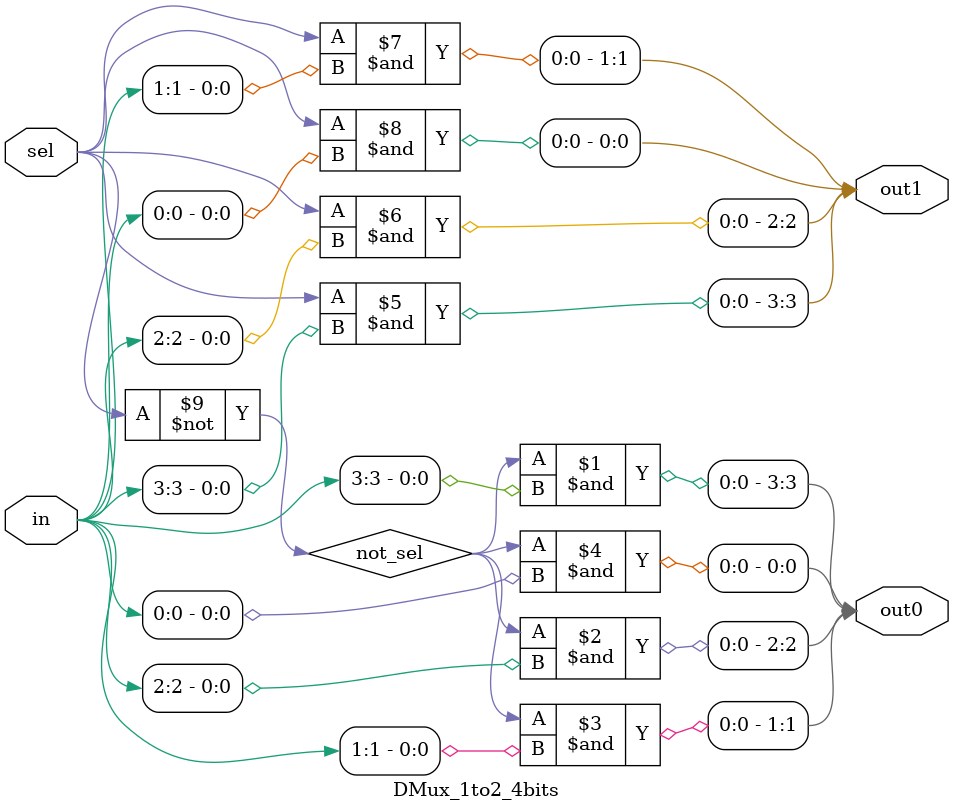
<source format=v>
`timescale 1ns/1ps

module Crossbar_2x2_4bit(in1, in2, control, out1, out2);
input [4-1:0] in1, in2;
input control;
output [4-1:0] out1, out2;

wire not_control;
wire [3:0] in1_out1, in1_out2, in2_out1, in2_out2;

not(not_control, control);

DMux_1to2_4bits DMux1(in1, control, in1_out1, in1_out2);
DMux_1to2_4bits DMux2(in2, not_control, in2_out1, in2_out2);
Mux_2to1_4bits Mux1(in1_out1, in2_out1, control, out1);
Mux_2to1_4bits Mux2(in1_out2, in2_out2, not_control, out2);

endmodule

module Mux_2to1_4bits(in0, in1, sel, out);
    input [3:0] in0, in1;
    input sel;
    output [3:0] out;
    wire not_sel;
    wire [3:0] tmp1, tmp2;

    not(not_sel, sel);
    
    and(tmp1[3], in0[3], not_sel);
    and(tmp1[2], in0[2], not_sel);
    and(tmp1[1], in0[1], not_sel);
    and(tmp1[0], in0[0], not_sel);
    
    and(tmp2[3], in1[3], sel);
    and(tmp2[2], in1[2], sel);
    and(tmp2[1], in1[1], sel);
    and(tmp2[0], in1[0], sel);
    
    or(out[3], tmp1[3], tmp2[3]);
    or(out[2], tmp1[2], tmp2[2]);
    or(out[1], tmp1[1], tmp2[1]);
    or(out[0], tmp1[0], tmp2[0]);
endmodule

module DMux_1to2_4bits(in, sel, out0, out1);
    input [3:0] in;
    input sel;
    output [3:0] out0, out1;
    wire not_sel;

    not(not_sel, sel);
    and(out0[3], not_sel, in[3]);
    and(out0[2], not_sel, in[2]);
    and(out0[1], not_sel, in[1]);
    and(out0[0], not_sel, in[0]);
    
    and(out1[3], sel, in[3]);
    and(out1[2], sel, in[2]);
    and(out1[1], sel, in[1]);
    and(out1[0], sel, in[0]);

endmodule
</source>
